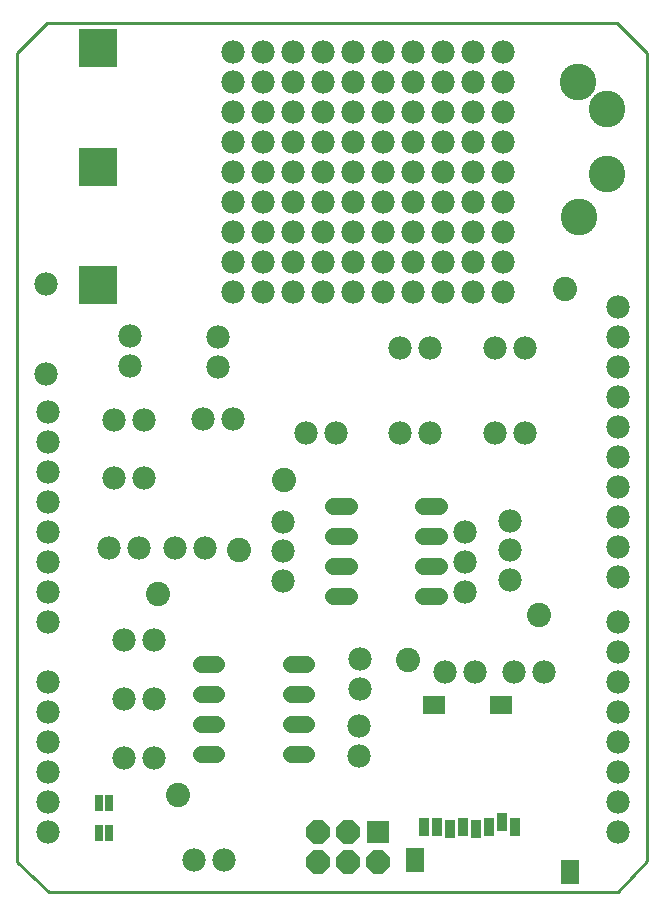
<source format=gts>
G75*
%MOIN*%
%OFA0B0*%
%FSLAX25Y25*%
%IPPOS*%
%LPD*%
%AMOC8*
5,1,8,0,0,1.08239X$1,22.5*
%
%ADD10C,0.01000*%
%ADD11C,0.01008*%
%ADD12C,0.07800*%
%ADD13R,0.07487X0.05912*%
%ADD14R,0.05912X0.07880*%
%ADD15R,0.03550X0.06306*%
%ADD16R,0.02900X0.05400*%
%ADD17R,0.07800X0.07800*%
%ADD18OC8,0.07800*%
%ADD19R,0.12998X0.12998*%
%ADD20C,0.05600*%
%ADD21C,0.12211*%
%ADD22C,0.08077*%
D10*
X0008544Y0028920D02*
X0018977Y0019038D01*
X0208820Y0019038D01*
X0218387Y0029117D01*
X0218387Y0029195D02*
X0218387Y0298644D01*
X0208426Y0308644D01*
X0018426Y0308644D02*
X0018387Y0308605D01*
X0008544Y0298644D01*
X0008544Y0028920D01*
D11*
X0018387Y0308605D02*
X0208544Y0308605D01*
D12*
X0170355Y0298959D03*
X0170355Y0288959D03*
X0170355Y0278959D03*
X0170355Y0268959D03*
X0170355Y0258959D03*
X0170355Y0248959D03*
X0170355Y0238959D03*
X0170355Y0228959D03*
X0170355Y0218959D03*
X0160355Y0218959D03*
X0160355Y0228959D03*
X0160355Y0238959D03*
X0160355Y0248959D03*
X0160355Y0258959D03*
X0160355Y0268959D03*
X0160355Y0278959D03*
X0160355Y0288959D03*
X0160355Y0298959D03*
X0150355Y0298959D03*
X0150355Y0288959D03*
X0150355Y0278959D03*
X0150355Y0268959D03*
X0150355Y0258959D03*
X0150355Y0248959D03*
X0150355Y0238959D03*
X0150355Y0228959D03*
X0150355Y0218959D03*
X0140355Y0218959D03*
X0140355Y0228959D03*
X0140355Y0238959D03*
X0140355Y0248959D03*
X0140355Y0258959D03*
X0140355Y0268959D03*
X0140355Y0278959D03*
X0140355Y0288959D03*
X0140355Y0298959D03*
X0130355Y0298959D03*
X0130355Y0288959D03*
X0130355Y0278959D03*
X0130355Y0268959D03*
X0130355Y0258959D03*
X0130355Y0248959D03*
X0130355Y0238959D03*
X0130355Y0228959D03*
X0130355Y0218959D03*
X0120355Y0218959D03*
X0120355Y0228959D03*
X0120355Y0238959D03*
X0120355Y0248959D03*
X0120355Y0258959D03*
X0120355Y0268959D03*
X0120355Y0278959D03*
X0120355Y0288959D03*
X0120355Y0298959D03*
X0110355Y0298959D03*
X0110355Y0288959D03*
X0110355Y0278959D03*
X0110355Y0268959D03*
X0110355Y0258959D03*
X0110355Y0248959D03*
X0110355Y0238959D03*
X0110355Y0228959D03*
X0110355Y0218959D03*
X0100355Y0218959D03*
X0100355Y0228959D03*
X0100355Y0238959D03*
X0100355Y0248959D03*
X0100355Y0258959D03*
X0100355Y0268959D03*
X0100355Y0278959D03*
X0100355Y0288959D03*
X0100355Y0298959D03*
X0090355Y0298959D03*
X0090355Y0288959D03*
X0090355Y0278959D03*
X0090355Y0268959D03*
X0090355Y0258959D03*
X0090355Y0248959D03*
X0090355Y0238959D03*
X0090355Y0228959D03*
X0090355Y0218959D03*
X0080355Y0218959D03*
X0080355Y0228959D03*
X0080355Y0238959D03*
X0080355Y0248959D03*
X0080355Y0258959D03*
X0080355Y0268959D03*
X0080355Y0278959D03*
X0080355Y0288959D03*
X0080355Y0298959D03*
X0017993Y0221439D03*
X0017993Y0191439D03*
X0018820Y0178920D03*
X0018820Y0168920D03*
X0018820Y0158920D03*
X0018820Y0148920D03*
X0018820Y0138920D03*
X0018820Y0128920D03*
X0018820Y0118920D03*
X0018820Y0108920D03*
X0018820Y0088920D03*
X0018820Y0078920D03*
X0018820Y0068920D03*
X0018820Y0058920D03*
X0018820Y0048920D03*
X0018820Y0038920D03*
X0044095Y0063526D03*
X0054095Y0063526D03*
X0054095Y0083211D03*
X0044095Y0083211D03*
X0044095Y0102896D03*
X0054095Y0102896D03*
X0049253Y0133526D03*
X0039253Y0133526D03*
X0040906Y0156794D03*
X0050906Y0156794D03*
X0050906Y0176400D03*
X0040906Y0176400D03*
X0045946Y0194156D03*
X0045946Y0204156D03*
X0070316Y0176439D03*
X0080316Y0176439D03*
X0075355Y0193880D03*
X0075355Y0203880D03*
X0104725Y0171794D03*
X0114725Y0171794D03*
X0136221Y0171794D03*
X0146221Y0171794D03*
X0167717Y0171794D03*
X0177717Y0171794D03*
X0177717Y0200140D03*
X0167717Y0200140D03*
X0146221Y0200140D03*
X0136221Y0200140D03*
X0172836Y0142739D03*
X0172836Y0132896D03*
X0172836Y0123054D03*
X0157875Y0118802D03*
X0157875Y0128802D03*
X0157875Y0138802D03*
X0161182Y0092266D03*
X0151182Y0092266D03*
X0174253Y0092424D03*
X0184253Y0092424D03*
X0208820Y0088920D03*
X0208820Y0098920D03*
X0208820Y0108920D03*
X0208820Y0123920D03*
X0208820Y0133920D03*
X0208820Y0143920D03*
X0208820Y0153920D03*
X0208820Y0163920D03*
X0208820Y0173920D03*
X0208820Y0183920D03*
X0208820Y0193920D03*
X0208820Y0203920D03*
X0208820Y0213920D03*
X0122717Y0096479D03*
X0122717Y0086479D03*
X0122324Y0074431D03*
X0122324Y0064431D03*
X0097245Y0122699D03*
X0097245Y0132542D03*
X0097245Y0142384D03*
X0071143Y0133487D03*
X0061143Y0133487D03*
X0067560Y0029471D03*
X0077560Y0029471D03*
X0208820Y0038920D03*
X0208820Y0048920D03*
X0208820Y0058920D03*
X0208820Y0068920D03*
X0208820Y0078920D03*
D13*
X0169725Y0081321D03*
X0147284Y0081321D03*
D14*
X0140985Y0029550D03*
X0192757Y0025613D03*
D15*
X0174410Y0040770D03*
X0170080Y0042345D03*
X0165749Y0040770D03*
X0161418Y0039983D03*
X0157088Y0040770D03*
X0152757Y0039983D03*
X0148426Y0040770D03*
X0144095Y0040770D03*
D16*
X0039063Y0038550D03*
X0035820Y0038550D03*
X0035820Y0048624D03*
X0039063Y0048624D03*
D17*
X0128820Y0038920D03*
D18*
X0128820Y0028920D03*
X0118820Y0028920D03*
X0118820Y0038920D03*
X0108820Y0038920D03*
X0108820Y0028920D03*
D19*
X0035316Y0221400D03*
X0035316Y0260770D03*
X0035316Y0300140D03*
D20*
X0113936Y0147581D02*
X0119136Y0147581D01*
X0119136Y0137581D02*
X0113936Y0137581D01*
X0113936Y0127581D02*
X0119136Y0127581D01*
X0119136Y0117581D02*
X0113936Y0117581D01*
X0104884Y0095061D02*
X0099684Y0095061D01*
X0099684Y0085061D02*
X0104884Y0085061D01*
X0104884Y0075061D02*
X0099684Y0075061D01*
X0099684Y0065061D02*
X0104884Y0065061D01*
X0074884Y0065061D02*
X0069684Y0065061D01*
X0069684Y0075061D02*
X0074884Y0075061D01*
X0074884Y0085061D02*
X0069684Y0085061D01*
X0069684Y0095061D02*
X0074884Y0095061D01*
X0143936Y0117581D02*
X0149136Y0117581D01*
X0149136Y0127581D02*
X0143936Y0127581D01*
X0143936Y0137581D02*
X0149136Y0137581D01*
X0149136Y0147581D02*
X0143936Y0147581D01*
D21*
X0195613Y0243954D03*
X0205008Y0258232D03*
X0204970Y0279861D03*
X0195533Y0288955D03*
D22*
X0191143Y0219825D03*
X0182363Y0111321D03*
X0138859Y0096203D03*
X0097442Y0156124D03*
X0082442Y0132778D03*
X0055316Y0118132D03*
X0061969Y0051361D03*
M02*

</source>
